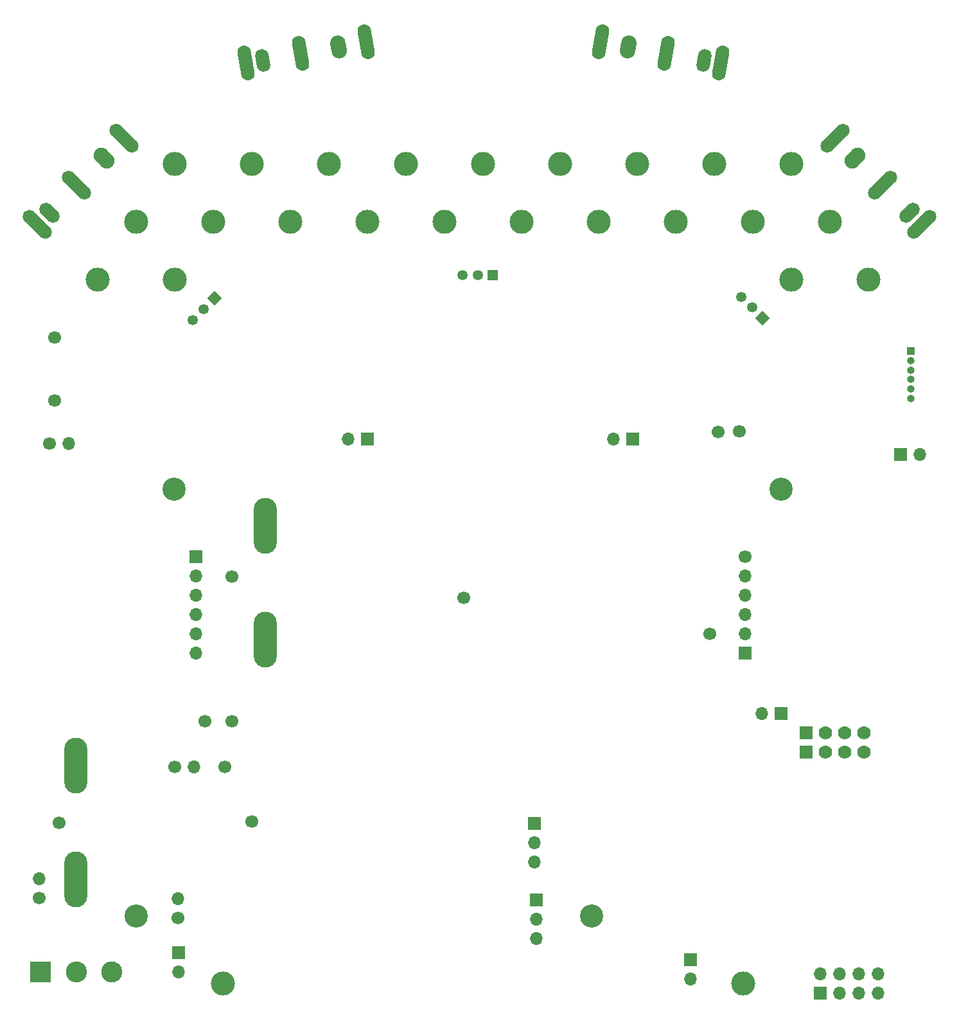
<source format=gbs>
G04 #@! TF.GenerationSoftware,KiCad,Pcbnew,8.0.4*
G04 #@! TF.CreationDate,2024-08-16T09:30:41-05:00*
G04 #@! TF.ProjectId,MotorBoardv3_2,4d6f746f-7242-46f6-9172-6476335f322e,V2.0.2b*
G04 #@! TF.SameCoordinates,Original*
G04 #@! TF.FileFunction,Soldermask,Bot*
G04 #@! TF.FilePolarity,Negative*
%FSLAX46Y46*%
G04 Gerber Fmt 4.6, Leading zero omitted, Abs format (unit mm)*
G04 Created by KiCad (PCBNEW 8.0.4) date 2024-08-16 09:30:41*
%MOMM*%
%LPD*%
G01*
G04 APERTURE LIST*
G04 Aperture macros list*
%AMHorizOval*
0 Thick line with rounded ends*
0 $1 width*
0 $2 $3 position (X,Y) of the first rounded end (center of the circle)*
0 $4 $5 position (X,Y) of the second rounded end (center of the circle)*
0 Add line between two ends*
20,1,$1,$2,$3,$4,$5,0*
0 Add two circle primitives to create the rounded ends*
1,1,$1,$2,$3*
1,1,$1,$4,$5*%
%AMRotRect*
0 Rectangle, with rotation*
0 The origin of the aperture is its center*
0 $1 length*
0 $2 width*
0 $3 Rotation angle, in degrees counterclockwise*
0 Add horizontal line*
21,1,$1,$2,0,0,$3*%
G04 Aperture macros list end*
%ADD10C,3.175000*%
%ADD11R,1.700000X1.700000*%
%ADD12O,1.700000X1.700000*%
%ADD13C,1.700000*%
%ADD14HorizOval,2.032000X0.088213X-0.500282X-0.088213X0.500282X0*%
%ADD15HorizOval,1.778000X0.110267X-0.625353X-0.110267X0.625353X0*%
%ADD16HorizOval,1.778000X0.253613X-1.438312X-0.253613X1.438312X0*%
%ADD17RotRect,1.350000X1.350000X135.000000*%
%ADD18C,1.350000*%
%ADD19R,2.775000X2.775000*%
%ADD20C,2.775000*%
%ADD21RotRect,1.350000X1.350000X225.000000*%
%ADD22HorizOval,2.032000X0.359210X-0.359210X-0.359210X0.359210X0*%
%ADD23HorizOval,1.778000X0.449013X-0.449013X-0.449013X0.449013X0*%
%ADD24HorizOval,1.778000X1.032729X-1.032729X-1.032729X1.032729X0*%
%ADD25R,1.000000X1.000000*%
%ADD26O,1.000000X1.000000*%
%ADD27C,3.048000*%
%ADD28O,3.048000X7.366000*%
%ADD29R,1.350000X1.350000*%
%ADD30R,1.778000X1.778000*%
%ADD31C,1.778000*%
%ADD32HorizOval,2.032000X-0.359210X-0.359210X0.359210X0.359210X0*%
%ADD33HorizOval,1.778000X-0.449013X-0.449013X0.449013X0.449013X0*%
%ADD34HorizOval,1.778000X-1.032729X-1.032729X1.032729X1.032729X0*%
%ADD35HorizOval,2.032000X-0.088213X-0.500282X0.088213X0.500282X0*%
%ADD36HorizOval,1.778000X-0.110267X-0.625353X0.110267X0.625353X0*%
%ADD37HorizOval,1.778000X-0.253613X-1.438312X0.253613X1.438312X0*%
G04 APERTURE END LIST*
D10*
X149860000Y-43180000D03*
X139700000Y-43180000D03*
X68580000Y-43180000D03*
X78740000Y-43180000D03*
D11*
X128905000Y-79375000D03*
D12*
X126365000Y-79375000D03*
D11*
X93980000Y-79375000D03*
D12*
X91440000Y-79375000D03*
D10*
X160020000Y-58420000D03*
D13*
X72517000Y-116586000D03*
D11*
X69088000Y-147066000D03*
D12*
X69088000Y-149606000D03*
D14*
X90131412Y-27752934D03*
D15*
X80125765Y-29517199D03*
D16*
X85128588Y-28635066D03*
X93794899Y-27106962D03*
X77939492Y-29902698D03*
D10*
X114300000Y-50800000D03*
D13*
X78740000Y-129794000D03*
D10*
X68580000Y-58420000D03*
X73660000Y-50800000D03*
D17*
X146050000Y-63500000D03*
D18*
X144635786Y-62085786D03*
X143221573Y-60671573D03*
D13*
X68961000Y-142499000D03*
D12*
X68961000Y-139959000D03*
D13*
X106680000Y-100330000D03*
D10*
X88900000Y-43180000D03*
D13*
X143002000Y-78359000D03*
D19*
X50863500Y-149606000D03*
D20*
X55563500Y-149606000D03*
X60263500Y-149606000D03*
D11*
X116205000Y-140081000D03*
D12*
X116205000Y-142621000D03*
X116205000Y-145161000D03*
D13*
X52705000Y-66040000D03*
X140208000Y-78486000D03*
D10*
X144780000Y-50800000D03*
X134620000Y-50800000D03*
X83820000Y-50800000D03*
X104140000Y-50800000D03*
X119380000Y-43180000D03*
D21*
X73768949Y-60914872D03*
D18*
X72354735Y-62329086D03*
X70940522Y-63743299D03*
D13*
X52705000Y-74295000D03*
D22*
X59200051Y-42399949D03*
D23*
X52015846Y-49584154D03*
D24*
X55607949Y-45992051D03*
X61830488Y-39769512D03*
X50446069Y-51153931D03*
D10*
X124460000Y-50800000D03*
X63500000Y-50800000D03*
D13*
X139065000Y-105048000D03*
D25*
X165608000Y-67818000D03*
D26*
X165608000Y-69068000D03*
X165608000Y-70318000D03*
X165608000Y-71568000D03*
X165608000Y-72818000D03*
X165608000Y-74068000D03*
D11*
X148463000Y-115570000D03*
D12*
X145923000Y-115570000D03*
D11*
X115951000Y-130048000D03*
D12*
X115951000Y-132588000D03*
X115951000Y-135128000D03*
D13*
X68580000Y-122555000D03*
D12*
X71120000Y-122555000D03*
D10*
X99060000Y-43180000D03*
X58420000Y-58420000D03*
D11*
X136525000Y-147955000D03*
D12*
X136525000Y-150495000D03*
D27*
X63500000Y-142250000D03*
X123500000Y-142250000D03*
X148500000Y-86050000D03*
X68500000Y-86050000D03*
D28*
X55500000Y-137450000D03*
X55500000Y-122450000D03*
X80500000Y-105850000D03*
X80500000Y-90850000D03*
D11*
X71297800Y-94950000D03*
D12*
X71297800Y-97490000D03*
X71297800Y-100030000D03*
X71297800Y-102570000D03*
X71297800Y-105110000D03*
X71297800Y-107650000D03*
D11*
X143687800Y-107650000D03*
D12*
X143687800Y-105110000D03*
X143687800Y-102570000D03*
X143687800Y-100030000D03*
X143687800Y-97490000D03*
D13*
X143687800Y-94950000D03*
D10*
X149860000Y-58420000D03*
X129540000Y-43180000D03*
D29*
X110490000Y-57785000D03*
D18*
X108490000Y-57785000D03*
X106490000Y-57785000D03*
D10*
X74930000Y-151130000D03*
D30*
X151765000Y-120650000D03*
D31*
X154305000Y-120650000D03*
X156845000Y-120650000D03*
X159385000Y-120650000D03*
D30*
X151765000Y-118110000D03*
D31*
X154305000Y-118110000D03*
X156845000Y-118110000D03*
X159385000Y-118110000D03*
D11*
X153670000Y-152400000D03*
D12*
X156210000Y-152400000D03*
X158750000Y-152400000D03*
X161290000Y-152400000D03*
X161290000Y-149860000D03*
X158750000Y-149860000D03*
X156210000Y-149860000D03*
X153670000Y-149860000D03*
D13*
X76073000Y-116586000D03*
D11*
X164211000Y-81407000D03*
D12*
X166751000Y-81407000D03*
D10*
X143510000Y-151130000D03*
X93980000Y-50800000D03*
D13*
X76073000Y-97536000D03*
X53340000Y-129940000D03*
D10*
X109220000Y-43180000D03*
D13*
X50673000Y-139827000D03*
D12*
X50673000Y-137287000D03*
D10*
X154940000Y-50800000D03*
D13*
X75184000Y-122555000D03*
X52070000Y-80010000D03*
D12*
X54610000Y-80010000D03*
D32*
X158223949Y-42399949D03*
D33*
X165408154Y-49584154D03*
D34*
X161816051Y-45992051D03*
X155593512Y-39769512D03*
X166977931Y-51153931D03*
D35*
X128333988Y-27752934D03*
D36*
X138339635Y-29517199D03*
D37*
X133336812Y-28635066D03*
X124670501Y-27106962D03*
X140525908Y-29902698D03*
M02*

</source>
